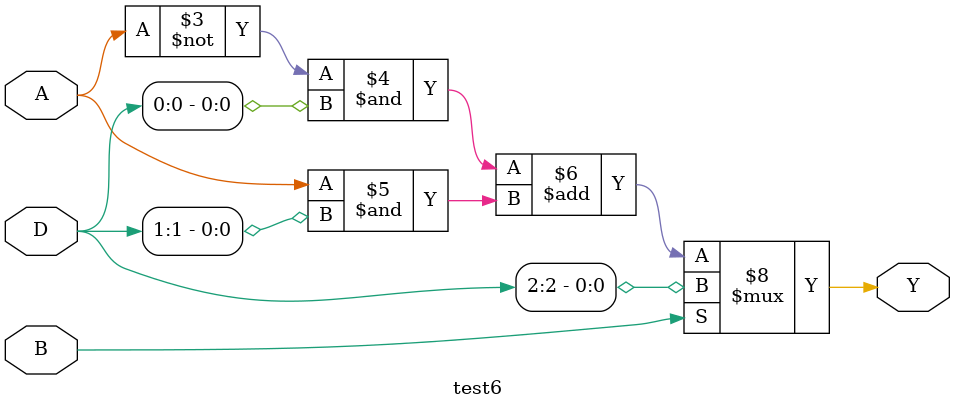
<source format=v>
module test6(A, B, D, Y);

input A, B;
input [2:0] D;
output reg Y;

always @(*) 
begin
    if (B == 1'b1) Y = D[2];
    else Y = (~(A) & D[0]) + (A & D[1]);
end

endmodule
</source>
